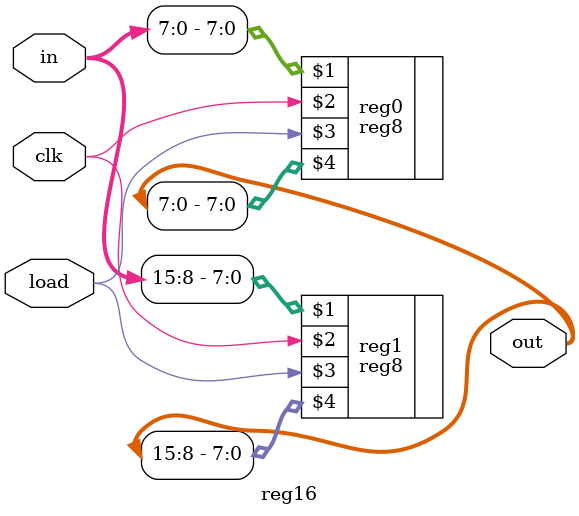
<source format=v>
module reg16(
input [15:0] in,
input clk,
input load,
output [15:0] out);

reg8 reg0(in[7:0],clk,load,out[7:0]);
reg8 reg1(in[15:8],clk,load,out[15:8]);

endmodule

</source>
